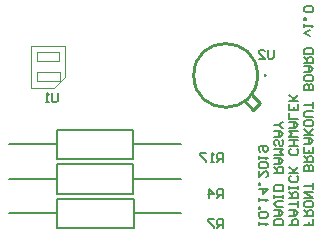
<source format=gbo>
G04*
G04 #@! TF.GenerationSoftware,Altium Limited,Altium Designer,19.1.5 (86)*
G04*
G04 Layer_Color=65280*
%FSLAX25Y25*%
%MOIN*%
G70*
G01*
G75*
%ADD10C,0.00787*%
%ADD11C,0.00394*%
%ADD12C,0.01000*%
%ADD14C,0.00600*%
D10*
X58685Y22421D02*
X84276D01*
X58685Y12579D02*
Y22421D01*
Y12579D02*
X84276D01*
Y22421D01*
Y17500D02*
X100221D01*
X42740D02*
X58685D01*
X58724Y1079D02*
X84315D01*
Y10921D01*
X58724D02*
X84315D01*
X58724Y1079D02*
Y10921D01*
X42779Y6000D02*
X58724D01*
X84315D02*
X100260D01*
X58685Y33921D02*
X84276D01*
X58685Y24079D02*
Y33921D01*
Y24079D02*
X84276D01*
Y33921D01*
Y29000D02*
X100221D01*
X42740D02*
X58685D01*
D11*
X52142Y53203D02*
X59619Y53203D01*
X59678Y50049D02*
X59678Y53145D01*
X52142Y50049D02*
X59678Y50049D01*
X52142Y50049D02*
Y53203D01*
X52084Y56650D02*
X52084Y59804D01*
X52084Y56650D02*
X59619D01*
Y59746D01*
X59561Y59804D02*
X59619Y59746D01*
X52084Y59804D02*
X59561Y59804D01*
X50048Y47698D02*
Y61872D01*
Y47698D02*
X57795D01*
X61489Y51393D01*
Y61848D01*
X61465Y61872D02*
X61489Y61848D01*
X50048Y61872D02*
X61465Y61872D01*
D12*
X125630Y52000D02*
G03*
X125630Y52000I-10630J0D01*
G01*
X128199Y51980D02*
G03*
X128199Y51980I-128J0D01*
G01*
X121346Y43472D02*
X124240Y40579D01*
X126551Y42890D01*
X123921Y45520D02*
X126551Y42890D01*
D14*
X144216Y4099D02*
Y2100D01*
X142716D01*
Y3100D01*
Y2100D01*
X141217D01*
Y5099D02*
X144216D01*
Y6599D01*
X143716Y7098D01*
X142716D01*
X142216Y6599D01*
Y5099D01*
Y6099D02*
X141217Y7098D01*
X144216Y9598D02*
Y8598D01*
X143716Y8098D01*
X141716D01*
X141217Y8598D01*
Y9598D01*
X141716Y10097D01*
X143716D01*
X144216Y9598D01*
X141217Y11097D02*
X144216D01*
X141217Y13096D01*
X144216D01*
Y14096D02*
Y16095D01*
Y15096D01*
X141217D01*
X144216Y20094D02*
X141217D01*
Y21594D01*
X141716Y22094D01*
X142216D01*
X142716Y21594D01*
Y20094D01*
Y21594D01*
X143216Y22094D01*
X143716D01*
X144216Y21594D01*
Y20094D01*
X141217Y23093D02*
X144216D01*
Y24593D01*
X143716Y25093D01*
X142716D01*
X142216Y24593D01*
Y23093D01*
Y24093D02*
X141217Y25093D01*
X144216Y28092D02*
Y26092D01*
X141217D01*
Y28092D01*
X142716Y26092D02*
Y27092D01*
X141217Y29091D02*
X143216D01*
X144216Y30091D01*
X143216Y31091D01*
X141217D01*
X142716D01*
Y29091D01*
X144216Y32090D02*
X141217D01*
X142216D01*
X144216Y34090D01*
X142716Y32590D01*
X141217Y34090D01*
X144216Y36589D02*
Y35589D01*
X143716Y35089D01*
X141716D01*
X141217Y35589D01*
Y36589D01*
X141716Y37089D01*
X143716D01*
X144216Y36589D01*
Y38088D02*
X141716D01*
X141217Y38588D01*
Y39588D01*
X141716Y40088D01*
X144216D01*
Y41087D02*
Y43087D01*
Y42087D01*
X141217D01*
X144216Y47085D02*
X141217D01*
Y48585D01*
X141716Y49085D01*
X142216D01*
X142716Y48585D01*
Y47085D01*
Y48585D01*
X143216Y49085D01*
X143716D01*
X144216Y48585D01*
Y47085D01*
Y51584D02*
Y50584D01*
X143716Y50085D01*
X141716D01*
X141217Y50584D01*
Y51584D01*
X141716Y52084D01*
X143716D01*
X144216Y51584D01*
X141217Y53083D02*
X143216D01*
X144216Y54083D01*
X143216Y55083D01*
X141217D01*
X142716D01*
Y53083D01*
X141217Y56082D02*
X144216D01*
Y57582D01*
X143716Y58082D01*
X142716D01*
X142216Y57582D01*
Y56082D01*
Y57082D02*
X141217Y58082D01*
X144216Y59082D02*
X141217D01*
Y60581D01*
X141716Y61081D01*
X143716D01*
X144216Y60581D01*
Y59082D01*
X143216Y65080D02*
X141217Y66079D01*
X143216Y67079D01*
X141217Y68079D02*
Y69078D01*
Y68578D01*
X144216D01*
X143716Y68079D01*
X141217Y70578D02*
X141716D01*
Y71078D01*
X141217D01*
Y70578D01*
X143716Y73077D02*
X144216Y73577D01*
Y74577D01*
X143716Y75076D01*
X141716D01*
X141217Y74577D01*
Y73577D01*
X141716Y73077D01*
X143716D01*
X136178Y2100D02*
X139177D01*
Y3599D01*
X138677Y4099D01*
X137677D01*
X137177Y3599D01*
Y2100D01*
X136178Y5099D02*
X138177D01*
X139177Y6099D01*
X138177Y7098D01*
X136178D01*
X137677D01*
Y5099D01*
X139177Y8098D02*
Y10097D01*
Y9098D01*
X136178D01*
Y11097D02*
X139177D01*
Y12597D01*
X138677Y13096D01*
X137677D01*
X137177Y12597D01*
Y11097D01*
Y12097D02*
X136178Y13096D01*
X139177Y14096D02*
Y15096D01*
Y14596D01*
X136178D01*
Y14096D01*
Y15096D01*
X138677Y18595D02*
X139177Y18095D01*
Y17095D01*
X138677Y16595D01*
X136678D01*
X136178Y17095D01*
Y18095D01*
X136678Y18595D01*
X139177Y19594D02*
X136178D01*
X137177D01*
X139177Y21594D01*
X137677Y20094D01*
X136178Y21594D01*
X138677Y27592D02*
X139177Y27092D01*
Y26092D01*
X138677Y25592D01*
X136678D01*
X136178Y26092D01*
Y27092D01*
X136678Y27592D01*
X139177Y28591D02*
X136178D01*
X137677D01*
Y30591D01*
X139177D01*
X136178D01*
X139177Y31591D02*
X136178D01*
X137177Y32590D01*
X136178Y33590D01*
X139177D01*
X136178Y34589D02*
X138177D01*
X139177Y35589D01*
X138177Y36589D01*
X136178D01*
X137677D01*
Y34589D01*
X139177Y37589D02*
X136178D01*
Y39588D01*
X139177Y42587D02*
Y40587D01*
X136178D01*
Y42587D01*
X137677Y40587D02*
Y41587D01*
X139177Y43587D02*
X136178D01*
X137177D01*
X139177Y45586D01*
X137677Y44086D01*
X136178Y45586D01*
X134138Y2100D02*
X131139D01*
Y3599D01*
X131639Y4099D01*
X133638D01*
X134138Y3599D01*
Y2100D01*
X131139Y5099D02*
X133138D01*
X134138Y6099D01*
X133138Y7098D01*
X131139D01*
X132638D01*
Y5099D01*
X134138Y8098D02*
X132139D01*
X131139Y9098D01*
X132139Y10097D01*
X134138D01*
Y11097D02*
Y12097D01*
Y11597D01*
X131139D01*
Y11097D01*
Y12097D01*
X134138Y13596D02*
X131139D01*
Y15096D01*
X131639Y15596D01*
X133638D01*
X134138Y15096D01*
Y13596D01*
X131139Y19594D02*
X134138D01*
Y21094D01*
X133638Y21594D01*
X132638D01*
X132139Y21094D01*
Y19594D01*
Y20594D02*
X131139Y21594D01*
Y22593D02*
X133138D01*
X134138Y23593D01*
X133138Y24593D01*
X131139D01*
X132638D01*
Y22593D01*
X131139Y25592D02*
X134138D01*
X133138Y26592D01*
X134138Y27592D01*
X131139D01*
X133638Y30591D02*
X134138Y30091D01*
Y29091D01*
X133638Y28591D01*
X133138D01*
X132638Y29091D01*
Y30091D01*
X132139Y30591D01*
X131639D01*
X131139Y30091D01*
Y29091D01*
X131639Y28591D01*
X131139Y31591D02*
X133138D01*
X134138Y32590D01*
X133138Y33590D01*
X131139D01*
X132638D01*
Y31591D01*
X134138Y34589D02*
X133638D01*
X132638Y35589D01*
X133638Y36589D01*
X134138D01*
X132638Y35589D02*
X131139D01*
X126100Y2100D02*
Y3100D01*
Y2600D01*
X129099D01*
X128599Y2100D01*
Y4599D02*
X129099Y5099D01*
Y6099D01*
X128599Y6599D01*
X126600D01*
X126100Y6099D01*
Y5099D01*
X126600Y4599D01*
X128599D01*
X126100Y7598D02*
X126600D01*
Y8098D01*
X126100D01*
Y7598D01*
Y10097D02*
Y11097D01*
Y10597D01*
X129099D01*
X128599Y10097D01*
X126100Y14096D02*
X129099D01*
X127600Y12597D01*
Y14596D01*
X126100Y15596D02*
X126600D01*
Y16095D01*
X126100D01*
Y15596D01*
Y20094D02*
Y18095D01*
X128099Y20094D01*
X128599D01*
X129099Y19594D01*
Y18595D01*
X128599Y18095D01*
Y21094D02*
X129099Y21594D01*
Y22593D01*
X128599Y23093D01*
X126600D01*
X126100Y22593D01*
Y21594D01*
X126600Y21094D01*
X128599D01*
X126100Y24093D02*
Y25093D01*
Y24593D01*
X129099D01*
X128599Y24093D01*
X126600Y26592D02*
X126100Y27092D01*
Y28092D01*
X126600Y28591D01*
X128599D01*
X129099Y28092D01*
Y27092D01*
X128599Y26592D01*
X128099D01*
X127600Y27092D01*
Y28591D01*
X114000Y23000D02*
Y25999D01*
X112501D01*
X112001Y25499D01*
Y24499D01*
X112501Y24000D01*
X114000D01*
X113000D02*
X112001Y23000D01*
X111001D02*
X110001D01*
X110501D01*
Y25999D01*
X111001Y25499D01*
X108502Y25999D02*
X106502D01*
Y25499D01*
X108502Y23500D01*
Y23000D01*
X114000Y1000D02*
Y3999D01*
X112501D01*
X112001Y3499D01*
Y2499D01*
X112501Y2000D01*
X114000D01*
X113000D02*
X112001Y1000D01*
X111001Y3999D02*
X109002D01*
Y3499D01*
X111001Y1500D01*
Y1000D01*
X114000Y11000D02*
Y13999D01*
X112501D01*
X112001Y13499D01*
Y12500D01*
X112501Y12000D01*
X114000D01*
X113000D02*
X112001Y11000D01*
X109501D02*
Y13999D01*
X111001Y12500D01*
X109002D01*
X131000Y60499D02*
Y58000D01*
X130500Y57500D01*
X129500D01*
X129001Y58000D01*
Y60499D01*
X126002Y57500D02*
X128001D01*
X126002Y59499D01*
Y59999D01*
X126501Y60499D01*
X127501D01*
X128001Y59999D01*
X59000Y45999D02*
Y43500D01*
X58500Y43000D01*
X57500D01*
X57001Y43500D01*
Y45999D01*
X56001Y43000D02*
X55001D01*
X55501D01*
Y45999D01*
X56001Y45499D01*
M02*

</source>
